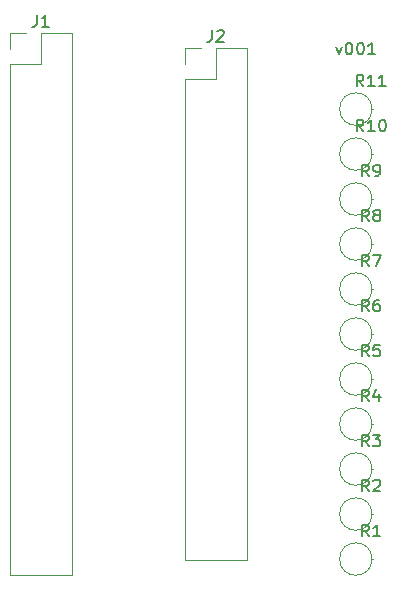
<source format=gbr>
G04 #@! TF.GenerationSoftware,KiCad,Pcbnew,(5.1.2-1)-1*
G04 #@! TF.CreationDate,2019-07-09T21:50:49+10:00*
G04 #@! TF.ProjectId,b2,62322e6b-6963-4616-945f-706362585858,rev?*
G04 #@! TF.SameCoordinates,Original*
G04 #@! TF.FileFunction,Legend,Top*
G04 #@! TF.FilePolarity,Positive*
%FSLAX46Y46*%
G04 Gerber Fmt 4.6, Leading zero omitted, Abs format (unit mm)*
G04 Created by KiCad (PCBNEW (5.1.2-1)-1) date 2019-07-09 21:50:49*
%MOMM*%
%LPD*%
G04 APERTURE LIST*
%ADD10C,0.150000*%
%ADD11C,0.120000*%
G04 APERTURE END LIST*
D10*
X69453333Y-60745714D02*
X69691428Y-61412380D01*
X69929523Y-60745714D01*
X70500952Y-60412380D02*
X70596190Y-60412380D01*
X70691428Y-60460000D01*
X70739047Y-60507619D01*
X70786666Y-60602857D01*
X70834285Y-60793333D01*
X70834285Y-61031428D01*
X70786666Y-61221904D01*
X70739047Y-61317142D01*
X70691428Y-61364761D01*
X70596190Y-61412380D01*
X70500952Y-61412380D01*
X70405714Y-61364761D01*
X70358095Y-61317142D01*
X70310476Y-61221904D01*
X70262857Y-61031428D01*
X70262857Y-60793333D01*
X70310476Y-60602857D01*
X70358095Y-60507619D01*
X70405714Y-60460000D01*
X70500952Y-60412380D01*
X71453333Y-60412380D02*
X71548571Y-60412380D01*
X71643809Y-60460000D01*
X71691428Y-60507619D01*
X71739047Y-60602857D01*
X71786666Y-60793333D01*
X71786666Y-61031428D01*
X71739047Y-61221904D01*
X71691428Y-61317142D01*
X71643809Y-61364761D01*
X71548571Y-61412380D01*
X71453333Y-61412380D01*
X71358095Y-61364761D01*
X71310476Y-61317142D01*
X71262857Y-61221904D01*
X71215238Y-61031428D01*
X71215238Y-60793333D01*
X71262857Y-60602857D01*
X71310476Y-60507619D01*
X71358095Y-60460000D01*
X71453333Y-60412380D01*
X72739047Y-61412380D02*
X72167619Y-61412380D01*
X72453333Y-61412380D02*
X72453333Y-60412380D01*
X72358095Y-60555238D01*
X72262857Y-60650476D01*
X72167619Y-60698095D01*
D11*
X72490000Y-66040000D02*
X72560000Y-66040000D01*
X72490000Y-66040000D02*
G75*
G03X72490000Y-66040000I-1370000J0D01*
G01*
X72490000Y-69850000D02*
X72560000Y-69850000D01*
X72490000Y-69850000D02*
G75*
G03X72490000Y-69850000I-1370000J0D01*
G01*
X72490000Y-73660000D02*
X72560000Y-73660000D01*
X72490000Y-73660000D02*
G75*
G03X72490000Y-73660000I-1370000J0D01*
G01*
X72490000Y-77470000D02*
X72560000Y-77470000D01*
X72490000Y-77470000D02*
G75*
G03X72490000Y-77470000I-1370000J0D01*
G01*
X72490000Y-81280000D02*
X72560000Y-81280000D01*
X72490000Y-81280000D02*
G75*
G03X72490000Y-81280000I-1370000J0D01*
G01*
X72490000Y-85090000D02*
X72560000Y-85090000D01*
X72490000Y-85090000D02*
G75*
G03X72490000Y-85090000I-1370000J0D01*
G01*
X72490000Y-88900000D02*
X72560000Y-88900000D01*
X72490000Y-88900000D02*
G75*
G03X72490000Y-88900000I-1370000J0D01*
G01*
X72490000Y-92710000D02*
X72560000Y-92710000D01*
X72490000Y-92710000D02*
G75*
G03X72490000Y-92710000I-1370000J0D01*
G01*
X72490000Y-96520000D02*
X72560000Y-96520000D01*
X72490000Y-96520000D02*
G75*
G03X72490000Y-96520000I-1370000J0D01*
G01*
X72490000Y-100330000D02*
X72560000Y-100330000D01*
X72490000Y-100330000D02*
G75*
G03X72490000Y-100330000I-1370000J0D01*
G01*
X72490000Y-104140000D02*
X72560000Y-104140000D01*
X72490000Y-104140000D02*
G75*
G03X72490000Y-104140000I-1370000J0D01*
G01*
X56670000Y-60900000D02*
X58000000Y-60900000D01*
X56670000Y-62230000D02*
X56670000Y-60900000D01*
X59270000Y-60900000D02*
X61870000Y-60900000D01*
X59270000Y-63500000D02*
X59270000Y-60900000D01*
X56670000Y-63500000D02*
X59270000Y-63500000D01*
X61870000Y-60900000D02*
X61870000Y-104200000D01*
X56670000Y-63500000D02*
X56670000Y-104200000D01*
X56670000Y-104200000D02*
X61870000Y-104200000D01*
X41850000Y-59630000D02*
X43180000Y-59630000D01*
X41850000Y-60960000D02*
X41850000Y-59630000D01*
X44450000Y-59630000D02*
X47050000Y-59630000D01*
X44450000Y-62230000D02*
X44450000Y-59630000D01*
X41850000Y-62230000D02*
X44450000Y-62230000D01*
X47050000Y-59630000D02*
X47050000Y-105470000D01*
X41850000Y-62230000D02*
X41850000Y-105470000D01*
X41850000Y-105470000D02*
X47050000Y-105470000D01*
D10*
X71747142Y-64122380D02*
X71413809Y-63646190D01*
X71175714Y-64122380D02*
X71175714Y-63122380D01*
X71556666Y-63122380D01*
X71651904Y-63170000D01*
X71699523Y-63217619D01*
X71747142Y-63312857D01*
X71747142Y-63455714D01*
X71699523Y-63550952D01*
X71651904Y-63598571D01*
X71556666Y-63646190D01*
X71175714Y-63646190D01*
X72699523Y-64122380D02*
X72128095Y-64122380D01*
X72413809Y-64122380D02*
X72413809Y-63122380D01*
X72318571Y-63265238D01*
X72223333Y-63360476D01*
X72128095Y-63408095D01*
X73651904Y-64122380D02*
X73080476Y-64122380D01*
X73366190Y-64122380D02*
X73366190Y-63122380D01*
X73270952Y-63265238D01*
X73175714Y-63360476D01*
X73080476Y-63408095D01*
X71747142Y-67932380D02*
X71413809Y-67456190D01*
X71175714Y-67932380D02*
X71175714Y-66932380D01*
X71556666Y-66932380D01*
X71651904Y-66980000D01*
X71699523Y-67027619D01*
X71747142Y-67122857D01*
X71747142Y-67265714D01*
X71699523Y-67360952D01*
X71651904Y-67408571D01*
X71556666Y-67456190D01*
X71175714Y-67456190D01*
X72699523Y-67932380D02*
X72128095Y-67932380D01*
X72413809Y-67932380D02*
X72413809Y-66932380D01*
X72318571Y-67075238D01*
X72223333Y-67170476D01*
X72128095Y-67218095D01*
X73318571Y-66932380D02*
X73413809Y-66932380D01*
X73509047Y-66980000D01*
X73556666Y-67027619D01*
X73604285Y-67122857D01*
X73651904Y-67313333D01*
X73651904Y-67551428D01*
X73604285Y-67741904D01*
X73556666Y-67837142D01*
X73509047Y-67884761D01*
X73413809Y-67932380D01*
X73318571Y-67932380D01*
X73223333Y-67884761D01*
X73175714Y-67837142D01*
X73128095Y-67741904D01*
X73080476Y-67551428D01*
X73080476Y-67313333D01*
X73128095Y-67122857D01*
X73175714Y-67027619D01*
X73223333Y-66980000D01*
X73318571Y-66932380D01*
X72223333Y-71742380D02*
X71890000Y-71266190D01*
X71651904Y-71742380D02*
X71651904Y-70742380D01*
X72032857Y-70742380D01*
X72128095Y-70790000D01*
X72175714Y-70837619D01*
X72223333Y-70932857D01*
X72223333Y-71075714D01*
X72175714Y-71170952D01*
X72128095Y-71218571D01*
X72032857Y-71266190D01*
X71651904Y-71266190D01*
X72699523Y-71742380D02*
X72890000Y-71742380D01*
X72985238Y-71694761D01*
X73032857Y-71647142D01*
X73128095Y-71504285D01*
X73175714Y-71313809D01*
X73175714Y-70932857D01*
X73128095Y-70837619D01*
X73080476Y-70790000D01*
X72985238Y-70742380D01*
X72794761Y-70742380D01*
X72699523Y-70790000D01*
X72651904Y-70837619D01*
X72604285Y-70932857D01*
X72604285Y-71170952D01*
X72651904Y-71266190D01*
X72699523Y-71313809D01*
X72794761Y-71361428D01*
X72985238Y-71361428D01*
X73080476Y-71313809D01*
X73128095Y-71266190D01*
X73175714Y-71170952D01*
X72223333Y-75552380D02*
X71890000Y-75076190D01*
X71651904Y-75552380D02*
X71651904Y-74552380D01*
X72032857Y-74552380D01*
X72128095Y-74600000D01*
X72175714Y-74647619D01*
X72223333Y-74742857D01*
X72223333Y-74885714D01*
X72175714Y-74980952D01*
X72128095Y-75028571D01*
X72032857Y-75076190D01*
X71651904Y-75076190D01*
X72794761Y-74980952D02*
X72699523Y-74933333D01*
X72651904Y-74885714D01*
X72604285Y-74790476D01*
X72604285Y-74742857D01*
X72651904Y-74647619D01*
X72699523Y-74600000D01*
X72794761Y-74552380D01*
X72985238Y-74552380D01*
X73080476Y-74600000D01*
X73128095Y-74647619D01*
X73175714Y-74742857D01*
X73175714Y-74790476D01*
X73128095Y-74885714D01*
X73080476Y-74933333D01*
X72985238Y-74980952D01*
X72794761Y-74980952D01*
X72699523Y-75028571D01*
X72651904Y-75076190D01*
X72604285Y-75171428D01*
X72604285Y-75361904D01*
X72651904Y-75457142D01*
X72699523Y-75504761D01*
X72794761Y-75552380D01*
X72985238Y-75552380D01*
X73080476Y-75504761D01*
X73128095Y-75457142D01*
X73175714Y-75361904D01*
X73175714Y-75171428D01*
X73128095Y-75076190D01*
X73080476Y-75028571D01*
X72985238Y-74980952D01*
X72223333Y-79362380D02*
X71890000Y-78886190D01*
X71651904Y-79362380D02*
X71651904Y-78362380D01*
X72032857Y-78362380D01*
X72128095Y-78410000D01*
X72175714Y-78457619D01*
X72223333Y-78552857D01*
X72223333Y-78695714D01*
X72175714Y-78790952D01*
X72128095Y-78838571D01*
X72032857Y-78886190D01*
X71651904Y-78886190D01*
X72556666Y-78362380D02*
X73223333Y-78362380D01*
X72794761Y-79362380D01*
X72223333Y-83172380D02*
X71890000Y-82696190D01*
X71651904Y-83172380D02*
X71651904Y-82172380D01*
X72032857Y-82172380D01*
X72128095Y-82220000D01*
X72175714Y-82267619D01*
X72223333Y-82362857D01*
X72223333Y-82505714D01*
X72175714Y-82600952D01*
X72128095Y-82648571D01*
X72032857Y-82696190D01*
X71651904Y-82696190D01*
X73080476Y-82172380D02*
X72890000Y-82172380D01*
X72794761Y-82220000D01*
X72747142Y-82267619D01*
X72651904Y-82410476D01*
X72604285Y-82600952D01*
X72604285Y-82981904D01*
X72651904Y-83077142D01*
X72699523Y-83124761D01*
X72794761Y-83172380D01*
X72985238Y-83172380D01*
X73080476Y-83124761D01*
X73128095Y-83077142D01*
X73175714Y-82981904D01*
X73175714Y-82743809D01*
X73128095Y-82648571D01*
X73080476Y-82600952D01*
X72985238Y-82553333D01*
X72794761Y-82553333D01*
X72699523Y-82600952D01*
X72651904Y-82648571D01*
X72604285Y-82743809D01*
X72223333Y-86982380D02*
X71890000Y-86506190D01*
X71651904Y-86982380D02*
X71651904Y-85982380D01*
X72032857Y-85982380D01*
X72128095Y-86030000D01*
X72175714Y-86077619D01*
X72223333Y-86172857D01*
X72223333Y-86315714D01*
X72175714Y-86410952D01*
X72128095Y-86458571D01*
X72032857Y-86506190D01*
X71651904Y-86506190D01*
X73128095Y-85982380D02*
X72651904Y-85982380D01*
X72604285Y-86458571D01*
X72651904Y-86410952D01*
X72747142Y-86363333D01*
X72985238Y-86363333D01*
X73080476Y-86410952D01*
X73128095Y-86458571D01*
X73175714Y-86553809D01*
X73175714Y-86791904D01*
X73128095Y-86887142D01*
X73080476Y-86934761D01*
X72985238Y-86982380D01*
X72747142Y-86982380D01*
X72651904Y-86934761D01*
X72604285Y-86887142D01*
X72223333Y-90792380D02*
X71890000Y-90316190D01*
X71651904Y-90792380D02*
X71651904Y-89792380D01*
X72032857Y-89792380D01*
X72128095Y-89840000D01*
X72175714Y-89887619D01*
X72223333Y-89982857D01*
X72223333Y-90125714D01*
X72175714Y-90220952D01*
X72128095Y-90268571D01*
X72032857Y-90316190D01*
X71651904Y-90316190D01*
X73080476Y-90125714D02*
X73080476Y-90792380D01*
X72842380Y-89744761D02*
X72604285Y-90459047D01*
X73223333Y-90459047D01*
X72223333Y-94602380D02*
X71890000Y-94126190D01*
X71651904Y-94602380D02*
X71651904Y-93602380D01*
X72032857Y-93602380D01*
X72128095Y-93650000D01*
X72175714Y-93697619D01*
X72223333Y-93792857D01*
X72223333Y-93935714D01*
X72175714Y-94030952D01*
X72128095Y-94078571D01*
X72032857Y-94126190D01*
X71651904Y-94126190D01*
X72556666Y-93602380D02*
X73175714Y-93602380D01*
X72842380Y-93983333D01*
X72985238Y-93983333D01*
X73080476Y-94030952D01*
X73128095Y-94078571D01*
X73175714Y-94173809D01*
X73175714Y-94411904D01*
X73128095Y-94507142D01*
X73080476Y-94554761D01*
X72985238Y-94602380D01*
X72699523Y-94602380D01*
X72604285Y-94554761D01*
X72556666Y-94507142D01*
X72223333Y-98412380D02*
X71890000Y-97936190D01*
X71651904Y-98412380D02*
X71651904Y-97412380D01*
X72032857Y-97412380D01*
X72128095Y-97460000D01*
X72175714Y-97507619D01*
X72223333Y-97602857D01*
X72223333Y-97745714D01*
X72175714Y-97840952D01*
X72128095Y-97888571D01*
X72032857Y-97936190D01*
X71651904Y-97936190D01*
X72604285Y-97507619D02*
X72651904Y-97460000D01*
X72747142Y-97412380D01*
X72985238Y-97412380D01*
X73080476Y-97460000D01*
X73128095Y-97507619D01*
X73175714Y-97602857D01*
X73175714Y-97698095D01*
X73128095Y-97840952D01*
X72556666Y-98412380D01*
X73175714Y-98412380D01*
X72223333Y-102222380D02*
X71890000Y-101746190D01*
X71651904Y-102222380D02*
X71651904Y-101222380D01*
X72032857Y-101222380D01*
X72128095Y-101270000D01*
X72175714Y-101317619D01*
X72223333Y-101412857D01*
X72223333Y-101555714D01*
X72175714Y-101650952D01*
X72128095Y-101698571D01*
X72032857Y-101746190D01*
X71651904Y-101746190D01*
X73175714Y-102222380D02*
X72604285Y-102222380D01*
X72890000Y-102222380D02*
X72890000Y-101222380D01*
X72794761Y-101365238D01*
X72699523Y-101460476D01*
X72604285Y-101508095D01*
X58936666Y-59352380D02*
X58936666Y-60066666D01*
X58889047Y-60209523D01*
X58793809Y-60304761D01*
X58650952Y-60352380D01*
X58555714Y-60352380D01*
X59365238Y-59447619D02*
X59412857Y-59400000D01*
X59508095Y-59352380D01*
X59746190Y-59352380D01*
X59841428Y-59400000D01*
X59889047Y-59447619D01*
X59936666Y-59542857D01*
X59936666Y-59638095D01*
X59889047Y-59780952D01*
X59317619Y-60352380D01*
X59936666Y-60352380D01*
X44116666Y-58082380D02*
X44116666Y-58796666D01*
X44069047Y-58939523D01*
X43973809Y-59034761D01*
X43830952Y-59082380D01*
X43735714Y-59082380D01*
X45116666Y-59082380D02*
X44545238Y-59082380D01*
X44830952Y-59082380D02*
X44830952Y-58082380D01*
X44735714Y-58225238D01*
X44640476Y-58320476D01*
X44545238Y-58368095D01*
M02*

</source>
